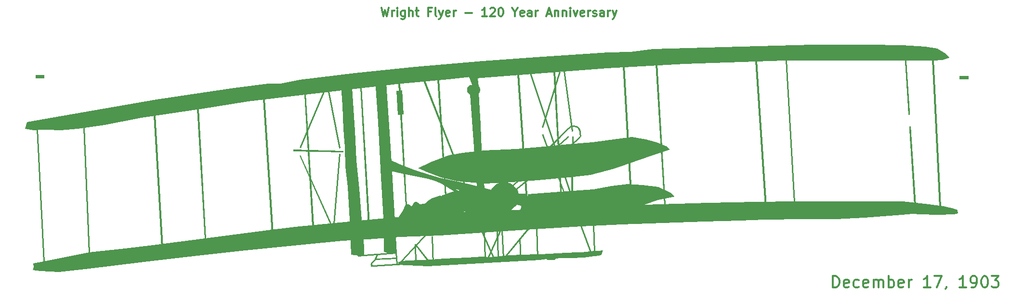
<source format=gto>
%TF.GenerationSoftware,KiCad,Pcbnew,7.0.1-0*%
%TF.CreationDate,2023-04-13T09:07:15-04:00*%
%TF.ProjectId,WrightFlyer,57726967-6874-4466-9c79-65722e6b6963,v03*%
%TF.SameCoordinates,Original*%
%TF.FileFunction,Legend,Top*%
%TF.FilePolarity,Positive*%
%FSLAX46Y46*%
G04 Gerber Fmt 4.6, Leading zero omitted, Abs format (unit mm)*
G04 Created by KiCad (PCBNEW 7.0.1-0) date 2023-04-13 09:07:15*
%MOMM*%
%LPD*%
G01*
G04 APERTURE LIST*
%ADD10C,0.300000*%
%ADD11C,0.100000*%
%ADD12R,1.524000X1.524000*%
%ADD13C,1.524000*%
%ADD14R,2.000000X2.000000*%
%ADD15C,2.000000*%
G04 APERTURE END LIST*
D10*
X131721430Y-65233928D02*
X132078573Y-66733928D01*
X132078573Y-66733928D02*
X132364287Y-65662500D01*
X132364287Y-65662500D02*
X132650002Y-66733928D01*
X132650002Y-66733928D02*
X133007145Y-65233928D01*
X133578573Y-66733928D02*
X133578573Y-65733928D01*
X133578573Y-66019642D02*
X133650002Y-65876785D01*
X133650002Y-65876785D02*
X133721431Y-65805357D01*
X133721431Y-65805357D02*
X133864288Y-65733928D01*
X133864288Y-65733928D02*
X134007145Y-65733928D01*
X134507144Y-66733928D02*
X134507144Y-65733928D01*
X134507144Y-65233928D02*
X134435716Y-65305357D01*
X134435716Y-65305357D02*
X134507144Y-65376785D01*
X134507144Y-65376785D02*
X134578573Y-65305357D01*
X134578573Y-65305357D02*
X134507144Y-65233928D01*
X134507144Y-65233928D02*
X134507144Y-65376785D01*
X135864288Y-65733928D02*
X135864288Y-66948214D01*
X135864288Y-66948214D02*
X135792859Y-67091071D01*
X135792859Y-67091071D02*
X135721430Y-67162500D01*
X135721430Y-67162500D02*
X135578573Y-67233928D01*
X135578573Y-67233928D02*
X135364288Y-67233928D01*
X135364288Y-67233928D02*
X135221430Y-67162500D01*
X135864288Y-66662500D02*
X135721430Y-66733928D01*
X135721430Y-66733928D02*
X135435716Y-66733928D01*
X135435716Y-66733928D02*
X135292859Y-66662500D01*
X135292859Y-66662500D02*
X135221430Y-66591071D01*
X135221430Y-66591071D02*
X135150002Y-66448214D01*
X135150002Y-66448214D02*
X135150002Y-66019642D01*
X135150002Y-66019642D02*
X135221430Y-65876785D01*
X135221430Y-65876785D02*
X135292859Y-65805357D01*
X135292859Y-65805357D02*
X135435716Y-65733928D01*
X135435716Y-65733928D02*
X135721430Y-65733928D01*
X135721430Y-65733928D02*
X135864288Y-65805357D01*
X136578573Y-66733928D02*
X136578573Y-65233928D01*
X137221431Y-66733928D02*
X137221431Y-65948214D01*
X137221431Y-65948214D02*
X137150002Y-65805357D01*
X137150002Y-65805357D02*
X137007145Y-65733928D01*
X137007145Y-65733928D02*
X136792859Y-65733928D01*
X136792859Y-65733928D02*
X136650002Y-65805357D01*
X136650002Y-65805357D02*
X136578573Y-65876785D01*
X137721431Y-65733928D02*
X138292859Y-65733928D01*
X137935716Y-65233928D02*
X137935716Y-66519642D01*
X137935716Y-66519642D02*
X138007145Y-66662500D01*
X138007145Y-66662500D02*
X138150002Y-66733928D01*
X138150002Y-66733928D02*
X138292859Y-66733928D01*
X140435716Y-65948214D02*
X139935716Y-65948214D01*
X139935716Y-66733928D02*
X139935716Y-65233928D01*
X139935716Y-65233928D02*
X140650002Y-65233928D01*
X141435716Y-66733928D02*
X141292859Y-66662500D01*
X141292859Y-66662500D02*
X141221430Y-66519642D01*
X141221430Y-66519642D02*
X141221430Y-65233928D01*
X141864287Y-65733928D02*
X142221430Y-66733928D01*
X142578573Y-65733928D02*
X142221430Y-66733928D01*
X142221430Y-66733928D02*
X142078573Y-67091071D01*
X142078573Y-67091071D02*
X142007144Y-67162500D01*
X142007144Y-67162500D02*
X141864287Y-67233928D01*
X143721430Y-66662500D02*
X143578573Y-66733928D01*
X143578573Y-66733928D02*
X143292859Y-66733928D01*
X143292859Y-66733928D02*
X143150001Y-66662500D01*
X143150001Y-66662500D02*
X143078573Y-66519642D01*
X143078573Y-66519642D02*
X143078573Y-65948214D01*
X143078573Y-65948214D02*
X143150001Y-65805357D01*
X143150001Y-65805357D02*
X143292859Y-65733928D01*
X143292859Y-65733928D02*
X143578573Y-65733928D01*
X143578573Y-65733928D02*
X143721430Y-65805357D01*
X143721430Y-65805357D02*
X143792859Y-65948214D01*
X143792859Y-65948214D02*
X143792859Y-66091071D01*
X143792859Y-66091071D02*
X143078573Y-66233928D01*
X144435715Y-66733928D02*
X144435715Y-65733928D01*
X144435715Y-66019642D02*
X144507144Y-65876785D01*
X144507144Y-65876785D02*
X144578573Y-65805357D01*
X144578573Y-65805357D02*
X144721430Y-65733928D01*
X144721430Y-65733928D02*
X144864287Y-65733928D01*
X146507143Y-66162500D02*
X147650001Y-66162500D01*
X150292858Y-66733928D02*
X149435715Y-66733928D01*
X149864286Y-66733928D02*
X149864286Y-65233928D01*
X149864286Y-65233928D02*
X149721429Y-65448214D01*
X149721429Y-65448214D02*
X149578572Y-65591071D01*
X149578572Y-65591071D02*
X149435715Y-65662500D01*
X150864286Y-65376785D02*
X150935714Y-65305357D01*
X150935714Y-65305357D02*
X151078572Y-65233928D01*
X151078572Y-65233928D02*
X151435714Y-65233928D01*
X151435714Y-65233928D02*
X151578572Y-65305357D01*
X151578572Y-65305357D02*
X151650000Y-65376785D01*
X151650000Y-65376785D02*
X151721429Y-65519642D01*
X151721429Y-65519642D02*
X151721429Y-65662500D01*
X151721429Y-65662500D02*
X151650000Y-65876785D01*
X151650000Y-65876785D02*
X150792857Y-66733928D01*
X150792857Y-66733928D02*
X151721429Y-66733928D01*
X152650000Y-65233928D02*
X152792857Y-65233928D01*
X152792857Y-65233928D02*
X152935714Y-65305357D01*
X152935714Y-65305357D02*
X153007143Y-65376785D01*
X153007143Y-65376785D02*
X153078571Y-65519642D01*
X153078571Y-65519642D02*
X153150000Y-65805357D01*
X153150000Y-65805357D02*
X153150000Y-66162500D01*
X153150000Y-66162500D02*
X153078571Y-66448214D01*
X153078571Y-66448214D02*
X153007143Y-66591071D01*
X153007143Y-66591071D02*
X152935714Y-66662500D01*
X152935714Y-66662500D02*
X152792857Y-66733928D01*
X152792857Y-66733928D02*
X152650000Y-66733928D01*
X152650000Y-66733928D02*
X152507143Y-66662500D01*
X152507143Y-66662500D02*
X152435714Y-66591071D01*
X152435714Y-66591071D02*
X152364285Y-66448214D01*
X152364285Y-66448214D02*
X152292857Y-66162500D01*
X152292857Y-66162500D02*
X152292857Y-65805357D01*
X152292857Y-65805357D02*
X152364285Y-65519642D01*
X152364285Y-65519642D02*
X152435714Y-65376785D01*
X152435714Y-65376785D02*
X152507143Y-65305357D01*
X152507143Y-65305357D02*
X152650000Y-65233928D01*
X155221428Y-66019642D02*
X155221428Y-66733928D01*
X154721428Y-65233928D02*
X155221428Y-66019642D01*
X155221428Y-66019642D02*
X155721428Y-65233928D01*
X156792856Y-66662500D02*
X156649999Y-66733928D01*
X156649999Y-66733928D02*
X156364285Y-66733928D01*
X156364285Y-66733928D02*
X156221427Y-66662500D01*
X156221427Y-66662500D02*
X156149999Y-66519642D01*
X156149999Y-66519642D02*
X156149999Y-65948214D01*
X156149999Y-65948214D02*
X156221427Y-65805357D01*
X156221427Y-65805357D02*
X156364285Y-65733928D01*
X156364285Y-65733928D02*
X156649999Y-65733928D01*
X156649999Y-65733928D02*
X156792856Y-65805357D01*
X156792856Y-65805357D02*
X156864285Y-65948214D01*
X156864285Y-65948214D02*
X156864285Y-66091071D01*
X156864285Y-66091071D02*
X156149999Y-66233928D01*
X158149999Y-66733928D02*
X158149999Y-65948214D01*
X158149999Y-65948214D02*
X158078570Y-65805357D01*
X158078570Y-65805357D02*
X157935713Y-65733928D01*
X157935713Y-65733928D02*
X157649999Y-65733928D01*
X157649999Y-65733928D02*
X157507141Y-65805357D01*
X158149999Y-66662500D02*
X158007141Y-66733928D01*
X158007141Y-66733928D02*
X157649999Y-66733928D01*
X157649999Y-66733928D02*
X157507141Y-66662500D01*
X157507141Y-66662500D02*
X157435713Y-66519642D01*
X157435713Y-66519642D02*
X157435713Y-66376785D01*
X157435713Y-66376785D02*
X157507141Y-66233928D01*
X157507141Y-66233928D02*
X157649999Y-66162500D01*
X157649999Y-66162500D02*
X158007141Y-66162500D01*
X158007141Y-66162500D02*
X158149999Y-66091071D01*
X158864284Y-66733928D02*
X158864284Y-65733928D01*
X158864284Y-66019642D02*
X158935713Y-65876785D01*
X158935713Y-65876785D02*
X159007142Y-65805357D01*
X159007142Y-65805357D02*
X159149999Y-65733928D01*
X159149999Y-65733928D02*
X159292856Y-65733928D01*
X160864284Y-66305357D02*
X161578570Y-66305357D01*
X160721427Y-66733928D02*
X161221427Y-65233928D01*
X161221427Y-65233928D02*
X161721427Y-66733928D01*
X162221426Y-65733928D02*
X162221426Y-66733928D01*
X162221426Y-65876785D02*
X162292855Y-65805357D01*
X162292855Y-65805357D02*
X162435712Y-65733928D01*
X162435712Y-65733928D02*
X162649998Y-65733928D01*
X162649998Y-65733928D02*
X162792855Y-65805357D01*
X162792855Y-65805357D02*
X162864284Y-65948214D01*
X162864284Y-65948214D02*
X162864284Y-66733928D01*
X163578569Y-65733928D02*
X163578569Y-66733928D01*
X163578569Y-65876785D02*
X163649998Y-65805357D01*
X163649998Y-65805357D02*
X163792855Y-65733928D01*
X163792855Y-65733928D02*
X164007141Y-65733928D01*
X164007141Y-65733928D02*
X164149998Y-65805357D01*
X164149998Y-65805357D02*
X164221427Y-65948214D01*
X164221427Y-65948214D02*
X164221427Y-66733928D01*
X164935712Y-66733928D02*
X164935712Y-65733928D01*
X164935712Y-65233928D02*
X164864284Y-65305357D01*
X164864284Y-65305357D02*
X164935712Y-65376785D01*
X164935712Y-65376785D02*
X165007141Y-65305357D01*
X165007141Y-65305357D02*
X164935712Y-65233928D01*
X164935712Y-65233928D02*
X164935712Y-65376785D01*
X165507141Y-65733928D02*
X165864284Y-66733928D01*
X165864284Y-66733928D02*
X166221427Y-65733928D01*
X167364284Y-66662500D02*
X167221427Y-66733928D01*
X167221427Y-66733928D02*
X166935713Y-66733928D01*
X166935713Y-66733928D02*
X166792855Y-66662500D01*
X166792855Y-66662500D02*
X166721427Y-66519642D01*
X166721427Y-66519642D02*
X166721427Y-65948214D01*
X166721427Y-65948214D02*
X166792855Y-65805357D01*
X166792855Y-65805357D02*
X166935713Y-65733928D01*
X166935713Y-65733928D02*
X167221427Y-65733928D01*
X167221427Y-65733928D02*
X167364284Y-65805357D01*
X167364284Y-65805357D02*
X167435713Y-65948214D01*
X167435713Y-65948214D02*
X167435713Y-66091071D01*
X167435713Y-66091071D02*
X166721427Y-66233928D01*
X168078569Y-66733928D02*
X168078569Y-65733928D01*
X168078569Y-66019642D02*
X168149998Y-65876785D01*
X168149998Y-65876785D02*
X168221427Y-65805357D01*
X168221427Y-65805357D02*
X168364284Y-65733928D01*
X168364284Y-65733928D02*
X168507141Y-65733928D01*
X168935712Y-66662500D02*
X169078569Y-66733928D01*
X169078569Y-66733928D02*
X169364283Y-66733928D01*
X169364283Y-66733928D02*
X169507140Y-66662500D01*
X169507140Y-66662500D02*
X169578569Y-66519642D01*
X169578569Y-66519642D02*
X169578569Y-66448214D01*
X169578569Y-66448214D02*
X169507140Y-66305357D01*
X169507140Y-66305357D02*
X169364283Y-66233928D01*
X169364283Y-66233928D02*
X169149998Y-66233928D01*
X169149998Y-66233928D02*
X169007140Y-66162500D01*
X169007140Y-66162500D02*
X168935712Y-66019642D01*
X168935712Y-66019642D02*
X168935712Y-65948214D01*
X168935712Y-65948214D02*
X169007140Y-65805357D01*
X169007140Y-65805357D02*
X169149998Y-65733928D01*
X169149998Y-65733928D02*
X169364283Y-65733928D01*
X169364283Y-65733928D02*
X169507140Y-65805357D01*
X170864284Y-66733928D02*
X170864284Y-65948214D01*
X170864284Y-65948214D02*
X170792855Y-65805357D01*
X170792855Y-65805357D02*
X170649998Y-65733928D01*
X170649998Y-65733928D02*
X170364284Y-65733928D01*
X170364284Y-65733928D02*
X170221426Y-65805357D01*
X170864284Y-66662500D02*
X170721426Y-66733928D01*
X170721426Y-66733928D02*
X170364284Y-66733928D01*
X170364284Y-66733928D02*
X170221426Y-66662500D01*
X170221426Y-66662500D02*
X170149998Y-66519642D01*
X170149998Y-66519642D02*
X170149998Y-66376785D01*
X170149998Y-66376785D02*
X170221426Y-66233928D01*
X170221426Y-66233928D02*
X170364284Y-66162500D01*
X170364284Y-66162500D02*
X170721426Y-66162500D01*
X170721426Y-66162500D02*
X170864284Y-66091071D01*
X171578569Y-66733928D02*
X171578569Y-65733928D01*
X171578569Y-66019642D02*
X171649998Y-65876785D01*
X171649998Y-65876785D02*
X171721427Y-65805357D01*
X171721427Y-65805357D02*
X171864284Y-65733928D01*
X171864284Y-65733928D02*
X172007141Y-65733928D01*
X172364283Y-65733928D02*
X172721426Y-66733928D01*
X173078569Y-65733928D02*
X172721426Y-66733928D01*
X172721426Y-66733928D02*
X172578569Y-67091071D01*
X172578569Y-67091071D02*
X172507140Y-67162500D01*
X172507140Y-67162500D02*
X172364283Y-67233928D01*
X211100526Y-114521741D02*
X211100526Y-112521741D01*
X211100526Y-112521741D02*
X211576716Y-112521741D01*
X211576716Y-112521741D02*
X211862431Y-112616979D01*
X211862431Y-112616979D02*
X212052907Y-112807455D01*
X212052907Y-112807455D02*
X212148145Y-112997931D01*
X212148145Y-112997931D02*
X212243383Y-113378883D01*
X212243383Y-113378883D02*
X212243383Y-113664598D01*
X212243383Y-113664598D02*
X212148145Y-114045550D01*
X212148145Y-114045550D02*
X212052907Y-114236026D01*
X212052907Y-114236026D02*
X211862431Y-114426503D01*
X211862431Y-114426503D02*
X211576716Y-114521741D01*
X211576716Y-114521741D02*
X211100526Y-114521741D01*
X213862431Y-114426503D02*
X213671955Y-114521741D01*
X213671955Y-114521741D02*
X213291002Y-114521741D01*
X213291002Y-114521741D02*
X213100526Y-114426503D01*
X213100526Y-114426503D02*
X213005288Y-114236026D01*
X213005288Y-114236026D02*
X213005288Y-113474122D01*
X213005288Y-113474122D02*
X213100526Y-113283645D01*
X213100526Y-113283645D02*
X213291002Y-113188407D01*
X213291002Y-113188407D02*
X213671955Y-113188407D01*
X213671955Y-113188407D02*
X213862431Y-113283645D01*
X213862431Y-113283645D02*
X213957669Y-113474122D01*
X213957669Y-113474122D02*
X213957669Y-113664598D01*
X213957669Y-113664598D02*
X213005288Y-113855074D01*
X215671955Y-114426503D02*
X215481479Y-114521741D01*
X215481479Y-114521741D02*
X215100526Y-114521741D01*
X215100526Y-114521741D02*
X214910050Y-114426503D01*
X214910050Y-114426503D02*
X214814812Y-114331264D01*
X214814812Y-114331264D02*
X214719574Y-114140788D01*
X214719574Y-114140788D02*
X214719574Y-113569360D01*
X214719574Y-113569360D02*
X214814812Y-113378883D01*
X214814812Y-113378883D02*
X214910050Y-113283645D01*
X214910050Y-113283645D02*
X215100526Y-113188407D01*
X215100526Y-113188407D02*
X215481479Y-113188407D01*
X215481479Y-113188407D02*
X215671955Y-113283645D01*
X217291003Y-114426503D02*
X217100527Y-114521741D01*
X217100527Y-114521741D02*
X216719574Y-114521741D01*
X216719574Y-114521741D02*
X216529098Y-114426503D01*
X216529098Y-114426503D02*
X216433860Y-114236026D01*
X216433860Y-114236026D02*
X216433860Y-113474122D01*
X216433860Y-113474122D02*
X216529098Y-113283645D01*
X216529098Y-113283645D02*
X216719574Y-113188407D01*
X216719574Y-113188407D02*
X217100527Y-113188407D01*
X217100527Y-113188407D02*
X217291003Y-113283645D01*
X217291003Y-113283645D02*
X217386241Y-113474122D01*
X217386241Y-113474122D02*
X217386241Y-113664598D01*
X217386241Y-113664598D02*
X216433860Y-113855074D01*
X218243384Y-114521741D02*
X218243384Y-113188407D01*
X218243384Y-113378883D02*
X218338622Y-113283645D01*
X218338622Y-113283645D02*
X218529098Y-113188407D01*
X218529098Y-113188407D02*
X218814813Y-113188407D01*
X218814813Y-113188407D02*
X219005289Y-113283645D01*
X219005289Y-113283645D02*
X219100527Y-113474122D01*
X219100527Y-113474122D02*
X219100527Y-114521741D01*
X219100527Y-113474122D02*
X219195765Y-113283645D01*
X219195765Y-113283645D02*
X219386241Y-113188407D01*
X219386241Y-113188407D02*
X219671955Y-113188407D01*
X219671955Y-113188407D02*
X219862432Y-113283645D01*
X219862432Y-113283645D02*
X219957670Y-113474122D01*
X219957670Y-113474122D02*
X219957670Y-114521741D01*
X220910051Y-114521741D02*
X220910051Y-112521741D01*
X220910051Y-113283645D02*
X221100527Y-113188407D01*
X221100527Y-113188407D02*
X221481480Y-113188407D01*
X221481480Y-113188407D02*
X221671956Y-113283645D01*
X221671956Y-113283645D02*
X221767194Y-113378883D01*
X221767194Y-113378883D02*
X221862432Y-113569360D01*
X221862432Y-113569360D02*
X221862432Y-114140788D01*
X221862432Y-114140788D02*
X221767194Y-114331264D01*
X221767194Y-114331264D02*
X221671956Y-114426503D01*
X221671956Y-114426503D02*
X221481480Y-114521741D01*
X221481480Y-114521741D02*
X221100527Y-114521741D01*
X221100527Y-114521741D02*
X220910051Y-114426503D01*
X223481480Y-114426503D02*
X223291004Y-114521741D01*
X223291004Y-114521741D02*
X222910051Y-114521741D01*
X222910051Y-114521741D02*
X222719575Y-114426503D01*
X222719575Y-114426503D02*
X222624337Y-114236026D01*
X222624337Y-114236026D02*
X222624337Y-113474122D01*
X222624337Y-113474122D02*
X222719575Y-113283645D01*
X222719575Y-113283645D02*
X222910051Y-113188407D01*
X222910051Y-113188407D02*
X223291004Y-113188407D01*
X223291004Y-113188407D02*
X223481480Y-113283645D01*
X223481480Y-113283645D02*
X223576718Y-113474122D01*
X223576718Y-113474122D02*
X223576718Y-113664598D01*
X223576718Y-113664598D02*
X222624337Y-113855074D01*
X224433861Y-114521741D02*
X224433861Y-113188407D01*
X224433861Y-113569360D02*
X224529099Y-113378883D01*
X224529099Y-113378883D02*
X224624337Y-113283645D01*
X224624337Y-113283645D02*
X224814813Y-113188407D01*
X224814813Y-113188407D02*
X225005290Y-113188407D01*
X228243385Y-114521741D02*
X227100528Y-114521741D01*
X227671956Y-114521741D02*
X227671956Y-112521741D01*
X227671956Y-112521741D02*
X227481480Y-112807455D01*
X227481480Y-112807455D02*
X227291004Y-112997931D01*
X227291004Y-112997931D02*
X227100528Y-113093169D01*
X228910052Y-112521741D02*
X230243385Y-112521741D01*
X230243385Y-112521741D02*
X229386242Y-114521741D01*
X231100528Y-114426503D02*
X231100528Y-114521741D01*
X231100528Y-114521741D02*
X231005290Y-114712217D01*
X231005290Y-114712217D02*
X230910052Y-114807455D01*
X234529100Y-114521741D02*
X233386243Y-114521741D01*
X233957671Y-114521741D02*
X233957671Y-112521741D01*
X233957671Y-112521741D02*
X233767195Y-112807455D01*
X233767195Y-112807455D02*
X233576719Y-112997931D01*
X233576719Y-112997931D02*
X233386243Y-113093169D01*
X235481481Y-114521741D02*
X235862433Y-114521741D01*
X235862433Y-114521741D02*
X236052910Y-114426503D01*
X236052910Y-114426503D02*
X236148148Y-114331264D01*
X236148148Y-114331264D02*
X236338624Y-114045550D01*
X236338624Y-114045550D02*
X236433862Y-113664598D01*
X236433862Y-113664598D02*
X236433862Y-112902693D01*
X236433862Y-112902693D02*
X236338624Y-112712217D01*
X236338624Y-112712217D02*
X236243386Y-112616979D01*
X236243386Y-112616979D02*
X236052910Y-112521741D01*
X236052910Y-112521741D02*
X235671957Y-112521741D01*
X235671957Y-112521741D02*
X235481481Y-112616979D01*
X235481481Y-112616979D02*
X235386243Y-112712217D01*
X235386243Y-112712217D02*
X235291005Y-112902693D01*
X235291005Y-112902693D02*
X235291005Y-113378883D01*
X235291005Y-113378883D02*
X235386243Y-113569360D01*
X235386243Y-113569360D02*
X235481481Y-113664598D01*
X235481481Y-113664598D02*
X235671957Y-113759836D01*
X235671957Y-113759836D02*
X236052910Y-113759836D01*
X236052910Y-113759836D02*
X236243386Y-113664598D01*
X236243386Y-113664598D02*
X236338624Y-113569360D01*
X236338624Y-113569360D02*
X236433862Y-113378883D01*
X237671957Y-112521741D02*
X237862434Y-112521741D01*
X237862434Y-112521741D02*
X238052910Y-112616979D01*
X238052910Y-112616979D02*
X238148148Y-112712217D01*
X238148148Y-112712217D02*
X238243386Y-112902693D01*
X238243386Y-112902693D02*
X238338624Y-113283645D01*
X238338624Y-113283645D02*
X238338624Y-113759836D01*
X238338624Y-113759836D02*
X238243386Y-114140788D01*
X238243386Y-114140788D02*
X238148148Y-114331264D01*
X238148148Y-114331264D02*
X238052910Y-114426503D01*
X238052910Y-114426503D02*
X237862434Y-114521741D01*
X237862434Y-114521741D02*
X237671957Y-114521741D01*
X237671957Y-114521741D02*
X237481481Y-114426503D01*
X237481481Y-114426503D02*
X237386243Y-114331264D01*
X237386243Y-114331264D02*
X237291005Y-114140788D01*
X237291005Y-114140788D02*
X237195767Y-113759836D01*
X237195767Y-113759836D02*
X237195767Y-113283645D01*
X237195767Y-113283645D02*
X237291005Y-112902693D01*
X237291005Y-112902693D02*
X237386243Y-112712217D01*
X237386243Y-112712217D02*
X237481481Y-112616979D01*
X237481481Y-112616979D02*
X237671957Y-112521741D01*
X239005291Y-112521741D02*
X240243386Y-112521741D01*
X240243386Y-112521741D02*
X239576719Y-113283645D01*
X239576719Y-113283645D02*
X239862434Y-113283645D01*
X239862434Y-113283645D02*
X240052910Y-113378883D01*
X240052910Y-113378883D02*
X240148148Y-113474122D01*
X240148148Y-113474122D02*
X240243386Y-113664598D01*
X240243386Y-113664598D02*
X240243386Y-114140788D01*
X240243386Y-114140788D02*
X240148148Y-114331264D01*
X240148148Y-114331264D02*
X240052910Y-114426503D01*
X240052910Y-114426503D02*
X239862434Y-114521741D01*
X239862434Y-114521741D02*
X239291005Y-114521741D01*
X239291005Y-114521741D02*
X239100529Y-114426503D01*
X239100529Y-114426503D02*
X239005291Y-114331264D01*
%TO.C,svg2mod*%
G36*
X72605104Y-110027318D02*
G01*
X72302797Y-110042822D01*
X71097186Y-86692826D01*
X71399493Y-86677324D01*
X72605104Y-110027318D01*
G37*
G36*
X80533302Y-108457381D02*
G01*
X80233579Y-108469790D01*
X79319940Y-86362613D01*
X79619663Y-86350212D01*
X80533302Y-108457381D01*
G37*
G36*
X93358875Y-107468305D02*
G01*
X93059669Y-107485873D01*
X91707299Y-84245949D01*
X92007021Y-84228378D01*
X93358875Y-107468305D01*
G37*
G36*
X100959444Y-105970191D02*
G01*
X100659722Y-105987257D01*
X99344557Y-83076511D01*
X99643764Y-83058940D01*
X100959444Y-105970191D01*
G37*
G36*
X112761827Y-104982658D02*
G01*
X112462620Y-105001787D01*
X110927831Y-81359820D01*
X111227553Y-81340699D01*
X112761827Y-104982658D01*
G37*
G36*
X125101629Y-90442468D02*
G01*
X125095437Y-90742193D01*
X116273237Y-90549439D01*
X116279957Y-90249200D01*
X125101629Y-90442468D01*
G37*
G36*
X123439728Y-104317075D02*
G01*
X123197883Y-104425078D01*
X117315036Y-91307015D01*
X117556365Y-91198496D01*
X123439728Y-104317075D01*
G37*
G36*
X119887490Y-103631317D02*
G01*
X119588283Y-103649415D01*
X118199737Y-80519044D01*
X118498944Y-80500957D01*
X119887490Y-103631317D01*
G37*
G36*
X121759727Y-80122685D02*
G01*
X117594090Y-89988750D01*
X117350176Y-89885914D01*
X121515813Y-80019850D01*
X121759727Y-80122685D01*
G37*
G36*
X124544570Y-89985133D02*
G01*
X124285154Y-90036293D01*
X122312148Y-80023984D01*
X122571564Y-79972824D01*
X124544570Y-89985133D01*
G37*
G36*
X124546636Y-90971124D02*
G01*
X123450578Y-104381676D01*
X123187030Y-104360482D01*
X124283087Y-90949931D01*
X124546636Y-90971124D01*
G37*
G36*
X129716864Y-103338828D02*
G01*
X129417658Y-103356926D01*
X127992421Y-79312917D01*
X128292144Y-79295346D01*
X129716864Y-103338828D01*
G37*
G36*
X130251714Y-110658807D02*
G01*
X130025890Y-110796265D01*
X129809365Y-110439697D01*
X130035708Y-110302238D01*
X130251714Y-110658807D01*
G37*
G36*
X130358688Y-110877397D02*
G01*
X129919956Y-110889277D01*
X129913235Y-110624694D01*
X130351451Y-110612814D01*
X130358688Y-110877397D01*
G37*
G36*
X130762278Y-109653699D02*
G01*
X130019688Y-110460369D01*
X129824867Y-110281569D01*
X130567457Y-109474381D01*
X130762278Y-109653699D01*
G37*
G36*
X134364120Y-108561777D02*
G01*
X127605360Y-109076474D01*
X127585727Y-108812406D01*
X134343972Y-108298226D01*
X134364120Y-108561777D01*
G37*
G36*
X134618890Y-110419028D02*
G01*
X134355341Y-110436596D01*
X134222015Y-108438786D01*
X134486082Y-108421217D01*
X134618890Y-110419028D01*
G37*
G36*
X136258065Y-100086842D02*
G01*
X135958343Y-100104411D01*
X134716042Y-78581694D01*
X135015249Y-78564641D01*
X136258065Y-100086842D01*
G37*
G36*
X135625031Y-84064047D02*
G01*
X134626126Y-84117274D01*
X134398748Y-79842083D01*
X135397138Y-79788856D01*
X135625031Y-84064047D01*
G37*
G36*
X140351357Y-110078996D02*
G01*
X140143101Y-110242294D01*
X137594420Y-106991330D01*
X137802674Y-106828031D01*
X140351357Y-110078996D01*
G37*
G36*
X137924115Y-110320841D02*
G01*
X137659532Y-110328091D01*
X137565996Y-106913312D01*
X137830579Y-106906062D01*
X137924115Y-110320841D01*
G37*
G36*
X139573109Y-105456021D02*
G01*
X134895877Y-110531164D01*
X134701056Y-110351332D01*
X139378289Y-105276705D01*
X139573109Y-105456021D01*
G37*
G36*
X146479147Y-96204392D02*
G01*
X146199578Y-96313429D01*
X139147297Y-78188954D01*
X139426866Y-78080433D01*
X146479147Y-96204392D01*
G37*
G36*
X140595780Y-110527031D02*
G01*
X137326728Y-110596793D01*
X137321569Y-110332210D01*
X140590618Y-110262447D01*
X140595780Y-110527031D01*
G37*
G36*
X140987493Y-110553902D02*
G01*
X140723428Y-110562157D01*
X140559614Y-105510788D01*
X140824197Y-105502533D01*
X140987493Y-110553902D01*
G37*
G36*
X140887242Y-110222657D02*
G01*
X130363337Y-110877397D01*
X130346800Y-110613330D01*
X140870705Y-109958073D01*
X140887242Y-110222657D01*
G37*
G36*
X143456076Y-102424674D02*
G01*
X143156869Y-102443804D01*
X141585390Y-77924888D01*
X141885113Y-77905767D01*
X143456076Y-102424674D01*
G37*
G36*
X151661260Y-109332270D02*
G01*
X151419415Y-109439757D01*
X149385431Y-104859158D01*
X149627276Y-104751671D01*
X151661260Y-109332270D01*
G37*
G36*
X150118203Y-109448544D02*
G01*
X149853619Y-109455767D01*
X149721328Y-104643658D01*
X149985911Y-104636435D01*
X150118203Y-109448544D01*
G37*
G36*
X152449843Y-109164839D02*
G01*
X152185260Y-109177248D01*
X151970286Y-104513967D01*
X152234869Y-104501558D01*
X152449843Y-109164839D01*
G37*
G36*
X152719594Y-104677257D02*
G01*
X150437563Y-109803559D01*
X150195718Y-109696072D01*
X152477749Y-104569770D01*
X152719594Y-104677257D01*
G37*
G36*
X153359348Y-109378263D02*
G01*
X153094765Y-109393767D01*
X152813645Y-104532049D01*
X153078229Y-104516544D01*
X153359348Y-109378263D01*
G37*
G36*
X157634023Y-101803009D02*
G01*
X157334816Y-101823171D01*
X155653781Y-77048454D01*
X155952987Y-77028301D01*
X157634023Y-101803009D01*
G37*
G36*
X156402057Y-109660417D02*
G01*
X156137473Y-109673858D01*
X155955572Y-105986228D01*
X156220156Y-105972787D01*
X156402057Y-109660417D01*
G37*
G36*
X157645392Y-104310357D02*
G01*
X153081330Y-109866607D01*
X152876690Y-109699173D01*
X157440753Y-104142923D01*
X157645392Y-104310357D01*
G37*
G36*
X165977701Y-100492502D02*
G01*
X165726553Y-100576216D01*
X157797321Y-76824696D01*
X158048469Y-76740980D01*
X165977701Y-100492502D01*
G37*
G36*
X159345546Y-109464046D02*
G01*
X159080963Y-109473359D01*
X158899062Y-104148620D01*
X159163645Y-104139307D01*
X159345546Y-109464046D01*
G37*
G36*
X165318309Y-101365317D02*
G01*
X165070262Y-101457299D01*
X159918121Y-87571843D01*
X160166167Y-87479859D01*
X165318309Y-101365317D01*
G37*
G36*
X163590249Y-100599483D02*
G01*
X163290526Y-100615491D01*
X162012049Y-76498100D01*
X162311256Y-76482598D01*
X163590249Y-100599483D01*
G37*
G36*
X163274506Y-76566313D02*
G01*
X160204926Y-86395688D01*
X159952744Y-86317139D01*
X163021807Y-76487765D01*
X163274506Y-76566313D01*
G37*
G36*
X165471788Y-87032858D02*
G01*
X165209787Y-87068515D01*
X163747861Y-76435572D01*
X164009862Y-76399399D01*
X165471788Y-87032858D01*
G37*
G36*
X164770539Y-88026596D02*
G01*
X153443065Y-98038904D01*
X153267882Y-97840467D01*
X164595356Y-87828675D01*
X164770539Y-88026596D01*
G37*
G36*
X165546202Y-87893263D02*
G01*
X165326577Y-101413368D01*
X165061994Y-101409241D01*
X165281619Y-87889136D01*
X165546202Y-87893263D01*
G37*
G36*
X168796132Y-108695617D02*
G01*
X168548085Y-108787086D01*
X166696002Y-103760003D01*
X166944049Y-103668533D01*
X168796132Y-108695617D01*
G37*
G36*
X169350104Y-108322515D02*
G01*
X169085520Y-108332860D01*
X168903619Y-103619969D01*
X169168203Y-103609624D01*
X169350104Y-108322515D01*
G37*
G36*
X175940917Y-100744684D02*
G01*
X175641710Y-100762252D01*
X174179784Y-75548804D01*
X174479507Y-75531751D01*
X175940917Y-100744684D01*
G37*
G36*
X181714723Y-99940599D02*
G01*
X181415001Y-99958168D01*
X179953590Y-75183969D01*
X180252797Y-75165882D01*
X181714723Y-99940599D01*
G37*
G36*
X199473329Y-100232056D02*
G01*
X199174122Y-100251688D01*
X197493090Y-74600026D01*
X197792296Y-74580388D01*
X199473329Y-100232056D01*
G37*
G36*
X204515917Y-99502383D02*
G01*
X204216710Y-99519952D01*
X202754784Y-74452749D01*
X203054507Y-74435178D01*
X204515917Y-99502383D01*
G37*
G36*
X225709455Y-100012950D02*
G01*
X225410248Y-100032582D01*
X223656349Y-73431104D01*
X223955556Y-73410951D01*
X225709455Y-100012950D01*
G37*
G36*
X230094717Y-100307510D02*
G01*
X229794992Y-100322486D01*
X228535123Y-74447580D01*
X228834846Y-74433110D01*
X230094717Y-100307510D01*
G37*
G36*
X131155531Y-108812922D02*
G01*
X130876477Y-109420123D01*
X134484010Y-109220651D01*
X134498483Y-109485234D01*
X130453253Y-109708476D01*
X130914723Y-108702337D01*
X131155531Y-108812922D01*
G37*
G36*
X159651471Y-109534843D02*
G01*
X153301471Y-109931718D01*
X139865598Y-110766809D01*
X139849062Y-110502226D01*
X153284934Y-109667651D01*
X159634934Y-109270776D01*
X159651471Y-109534843D01*
G37*
G36*
X133348509Y-91100862D02*
G01*
X134354111Y-108429954D01*
X133102189Y-108360757D01*
X132341512Y-108129247D01*
X132258830Y-102424169D01*
X131713127Y-93692916D01*
X131283179Y-85408152D01*
X130836695Y-79289662D01*
X130820158Y-77983282D01*
X131812346Y-77636016D01*
X132366293Y-77443392D01*
X133348509Y-91100862D01*
G37*
G36*
X126487606Y-79322735D02*
G01*
X126934090Y-86929506D01*
X127215210Y-92188099D01*
X127744377Y-97198648D01*
X128124715Y-102622606D01*
X128538127Y-107368570D01*
X128571200Y-108856851D01*
X126553752Y-108658414D01*
X126256096Y-102606070D01*
X125941903Y-96834846D01*
X125560943Y-93240691D01*
X125432318Y-89779549D01*
X125233537Y-86610737D01*
X124999677Y-82471400D01*
X124777509Y-78928408D01*
X124635523Y-78380157D01*
X125627710Y-78214792D01*
X126421460Y-78198256D01*
X126487606Y-79322735D01*
G37*
G36*
X178197114Y-88583151D02*
G01*
X180049198Y-89046172D01*
X181901281Y-89839922D01*
X182232010Y-90170651D01*
X179916906Y-90898255D01*
X172640864Y-93477943D01*
X168473677Y-94536278D01*
X164637218Y-94999299D01*
X159279403Y-95528466D01*
X153392424Y-95925341D01*
X149886695Y-96057633D01*
X145058049Y-95660758D01*
X142213778Y-94966226D01*
X139567945Y-94007109D01*
X138509611Y-93477943D01*
X140493986Y-92551901D01*
X143668986Y-91361276D01*
X146116382Y-90898255D01*
X149820549Y-90501380D01*
X155442945Y-90236797D01*
X159411695Y-89906068D01*
X164571072Y-89443047D01*
X168870552Y-89112318D01*
X173236177Y-88517005D01*
X175815864Y-88120131D01*
X178197114Y-88583151D01*
G37*
G36*
X133078930Y-108492012D02*
G01*
X132210766Y-108227947D01*
X132126533Y-102429334D01*
X131580830Y-93700669D01*
X131150882Y-85416419D01*
X130704398Y-79295346D01*
X130689167Y-78076816D01*
X130953479Y-78076816D01*
X130968984Y-79283977D01*
X131415468Y-85399883D01*
X131845416Y-93685164D01*
X132391119Y-102418999D01*
X132472251Y-108030542D01*
X133125441Y-108229498D01*
X134213230Y-108289442D01*
X133216392Y-91109612D01*
X132246942Y-77625164D01*
X131855748Y-77761073D01*
X130953479Y-78076816D01*
X130689167Y-78076816D01*
X130686829Y-77889747D01*
X131768936Y-77510959D01*
X132322907Y-77318206D01*
X132485686Y-77261878D01*
X133480456Y-91092041D01*
X134494864Y-108570045D01*
X134213230Y-108554524D01*
X133078930Y-108492012D01*
G37*
G36*
X148515447Y-77611986D02*
G01*
X148573581Y-77741177D01*
X148644637Y-78509865D01*
X148689855Y-79026629D01*
X148735069Y-79123522D01*
X148896560Y-79330228D01*
X148974073Y-79607989D01*
X148974073Y-79866371D01*
X148877180Y-80053698D01*
X148754450Y-80286242D01*
X148793206Y-81623370D01*
X148890099Y-83199501D01*
X149045129Y-85828539D01*
X149161400Y-88270249D01*
X149355187Y-91596919D01*
X149542514Y-95001106D01*
X149737766Y-97062856D01*
X148605003Y-96660906D01*
X148458839Y-94541544D01*
X147472240Y-80473351D01*
X147313982Y-80331459D01*
X147113734Y-80202268D01*
X146958707Y-79982643D01*
X146913490Y-79640287D01*
X146965166Y-79343147D01*
X147146035Y-79123522D01*
X147359199Y-78994331D01*
X147565905Y-78962033D01*
X147779069Y-78962033D01*
X147798436Y-78774706D01*
X147636945Y-78290240D01*
X147391483Y-77631365D01*
X147236453Y-77437578D01*
X148515447Y-77611986D01*
G37*
G36*
X170368683Y-108657969D02*
G01*
X169988657Y-108798286D01*
X169146758Y-108874290D01*
X168491949Y-109002914D01*
X167299257Y-109154923D01*
X165100967Y-109207540D01*
X163218388Y-109225082D01*
X162376489Y-109324476D01*
X162125087Y-109581722D01*
X161025942Y-109587569D01*
X160774542Y-109406327D01*
X159616927Y-109529104D01*
X139857333Y-110634526D01*
X134798446Y-110441163D01*
X134815988Y-110154683D01*
X136154841Y-109914975D01*
X138744850Y-109815585D01*
X140633276Y-109698655D01*
X142796488Y-109599264D01*
X146818896Y-109435561D01*
X149367979Y-109225085D01*
X151028390Y-109318631D01*
X151780122Y-109195854D01*
X154177908Y-108997416D01*
X156741059Y-108898198D01*
X158923872Y-108798979D01*
X159816841Y-108807234D01*
X161189369Y-108757624D01*
X164256882Y-108567455D01*
X166092429Y-108459968D01*
X166853104Y-108443440D01*
X168523286Y-108278075D01*
X169059062Y-108196094D01*
X169754797Y-108196094D01*
X170497305Y-108166860D01*
X170368683Y-108657969D01*
G37*
G36*
X126427141Y-108778818D02*
G01*
X126123801Y-102612785D01*
X125810125Y-96845178D01*
X125428754Y-93250049D01*
X125300079Y-89786180D01*
X125101642Y-86618414D01*
X124867546Y-82479132D01*
X124646373Y-78949115D01*
X124526530Y-78487127D01*
X124799850Y-78487127D01*
X124908888Y-78907256D01*
X125131614Y-82463628D01*
X125365709Y-86602910D01*
X125564663Y-89772741D01*
X125692819Y-93231446D01*
X126073676Y-96824509D01*
X126388385Y-102599350D01*
X126680358Y-108538004D01*
X128435805Y-108710605D01*
X128405833Y-107375801D01*
X127992937Y-102632938D01*
X127612599Y-97210015D01*
X127083432Y-92198433D01*
X126801796Y-86936740D01*
X126355312Y-79330486D01*
X126296918Y-78333131D01*
X125640109Y-78347083D01*
X124799850Y-78487127D01*
X124526530Y-78487127D01*
X124507361Y-78413230D01*
X124471190Y-78273187D01*
X125615304Y-78082501D01*
X126545997Y-78063380D01*
X126619895Y-79314983D01*
X127066380Y-86922270D01*
X127346983Y-92177764D01*
X127876150Y-97187276D01*
X128256489Y-102612269D01*
X128670416Y-107361334D01*
X128706590Y-109003092D01*
X128435805Y-108976449D01*
X126427141Y-108778818D01*
G37*
G36*
X166080018Y-86046872D02*
G01*
X166383360Y-86220504D01*
X166626239Y-86584306D01*
X166825193Y-87022006D01*
X166825193Y-87518616D01*
X166865499Y-87883452D01*
X166575080Y-88381613D01*
X165862977Y-88943852D01*
X164438776Y-90148947D01*
X162682810Y-91575215D01*
X159394121Y-94169373D01*
X155961774Y-96981087D01*
X153770693Y-98880197D01*
X153597577Y-98680209D01*
X155791242Y-96779032D01*
X159228757Y-93963183D01*
X162517445Y-91369028D01*
X164269794Y-89945342D01*
X165695546Y-88738697D01*
X166371991Y-88204879D01*
X166592648Y-87825574D01*
X166560610Y-87533086D01*
X166560610Y-87079367D01*
X166394210Y-86712981D01*
X166197842Y-86419459D01*
X165990102Y-86300086D01*
X165591160Y-86233940D01*
X165206686Y-86265980D01*
X164799477Y-86571387D01*
X164333355Y-86930022D01*
X163206809Y-88129432D01*
X161014178Y-90322064D01*
X159880915Y-91528191D01*
X157063515Y-94272208D01*
X155746800Y-95479370D01*
X155568000Y-95284552D01*
X156882130Y-94079973D01*
X159692296Y-91342673D01*
X160824009Y-90137578D01*
X163016640Y-87944947D01*
X164155589Y-86733135D01*
X164639279Y-86360547D01*
X165109018Y-86008631D01*
X165602011Y-85967290D01*
X166080018Y-86046872D01*
G37*
G36*
X134731031Y-92866094D02*
G01*
X137567033Y-93974036D01*
X140262476Y-94842203D01*
X141973999Y-95321760D01*
X145595484Y-96123778D01*
X149192582Y-96982462D01*
X150350192Y-97286482D01*
X151063466Y-97473571D01*
X151180399Y-97333255D01*
X151577962Y-96842146D01*
X152092455Y-96397813D01*
X152829115Y-96128872D01*
X153472233Y-96070407D01*
X154302440Y-96280880D01*
X154781854Y-96596594D01*
X155214498Y-96994157D01*
X155576983Y-97508650D01*
X155670526Y-97812669D01*
X155728991Y-98163462D01*
X157050304Y-98151767D01*
X157085383Y-99379537D01*
X157129664Y-100952422D01*
X156383800Y-100852861D01*
X156418882Y-100046041D01*
X155881000Y-99870646D01*
X155506823Y-99812179D01*
X155109260Y-100233128D01*
X154302440Y-100911326D01*
X153179908Y-100923021D01*
X148175285Y-101145202D01*
X145669898Y-97306135D01*
X143420940Y-96561995D01*
X145372242Y-97727828D01*
X145190341Y-97942789D01*
X144487541Y-97463232D01*
X143048869Y-96520653D01*
X142155900Y-96041096D01*
X141081031Y-95569807D01*
X139890406Y-95222541D01*
X138294637Y-94924885D01*
X136078752Y-94478401D01*
X133606551Y-93924427D01*
X133565210Y-93502747D01*
X136781551Y-94230351D01*
X135127906Y-93701185D01*
X133556942Y-93246432D01*
X133474260Y-92254245D01*
X134731031Y-92866094D01*
G37*
G36*
X223258958Y-72011553D02*
G01*
X227289721Y-72218259D01*
X229408454Y-72579994D01*
X230855394Y-73458493D01*
X231320482Y-73975257D01*
X230390305Y-74285316D01*
X228684983Y-74440345D01*
X225997808Y-74388669D01*
X221191901Y-74388669D01*
X214422288Y-74440345D01*
X206980881Y-74388669D01*
X202536709Y-74388669D01*
X184966722Y-75008786D01*
X171324144Y-75732256D01*
X148379808Y-77489254D01*
X147294601Y-77282549D01*
X143522222Y-77695960D01*
X134323818Y-78574460D01*
X132360113Y-78781165D01*
X129982998Y-79039548D01*
X124091883Y-79711341D01*
X117632330Y-80486488D01*
X108278896Y-81623369D01*
X100372403Y-82863603D01*
X89572026Y-84465573D01*
X83060797Y-85757484D01*
X78306565Y-86429277D01*
X75361008Y-86687660D01*
X73035569Y-86584306D01*
X71847011Y-86584306D01*
X70606776Y-86687660D01*
X69311765Y-86429277D01*
X69521571Y-85550778D01*
X73759039Y-84775631D01*
X92207525Y-81520016D01*
X105901779Y-79556312D01*
X111896245Y-78781165D01*
X114066657Y-78781165D01*
X117373948Y-78057695D01*
X127089118Y-76920814D01*
X137786137Y-75783932D01*
X149568367Y-74802080D01*
X160110356Y-74026934D01*
X171530850Y-73251787D01*
X175561610Y-73200111D01*
X179489019Y-72683346D01*
X194940273Y-72218259D01*
X207549323Y-71908200D01*
X217316168Y-71908200D01*
X223258958Y-72011553D01*
G37*
G36*
X149883591Y-96189922D02*
G01*
X145036858Y-95791496D01*
X142175535Y-95092832D01*
X139515748Y-94129066D01*
X138450697Y-93596283D01*
X138222287Y-93482078D01*
X138813477Y-93482078D01*
X139620147Y-93885152D01*
X142252026Y-94839615D01*
X145079245Y-95530014D01*
X149889804Y-95925338D01*
X153385714Y-95793047D01*
X159268558Y-95396688D01*
X164622754Y-94868040D01*
X168449393Y-94406051D01*
X172602629Y-93351334D01*
X179875054Y-90772681D01*
X181983969Y-90109672D01*
X181825838Y-89951544D01*
X180006827Y-89171746D01*
X178168179Y-88712342D01*
X175813285Y-88254488D01*
X173255303Y-88647746D01*
X168884508Y-89244093D01*
X164581931Y-89574822D01*
X159423072Y-90037843D01*
X155451737Y-90368572D01*
X149830892Y-90633156D01*
X146135512Y-91028996D01*
X143704652Y-91488916D01*
X140545154Y-92673858D01*
X138813477Y-93482078D01*
X138222287Y-93482078D01*
X138205751Y-93473810D01*
X140442824Y-92429944D01*
X143633326Y-91233636D01*
X146097258Y-90767514D01*
X149810212Y-90369604D01*
X155434158Y-90105021D01*
X159400323Y-89774292D01*
X164560214Y-89311271D01*
X168856595Y-88980542D01*
X173217050Y-88386264D01*
X175818444Y-87985771D01*
X178226046Y-88453960D01*
X180091568Y-88920598D01*
X181976724Y-89728302D01*
X182480052Y-90231629D01*
X179958758Y-91023829D01*
X172679099Y-93604551D01*
X168497960Y-94666501D01*
X164651683Y-95130554D01*
X159290254Y-95660239D01*
X153399139Y-96057630D01*
X149889804Y-96189688D01*
X149883591Y-96189922D01*
G37*
G36*
X177594981Y-96573210D02*
G01*
X180354540Y-96947387D01*
X182459287Y-97929602D01*
X183020553Y-98397324D01*
X180307767Y-99005363D01*
X177033715Y-100081122D01*
X189334795Y-99706946D01*
X197519926Y-99566629D01*
X204366197Y-99511085D01*
X216602970Y-99473083D01*
X223478478Y-99519856D01*
X224951802Y-99625094D01*
X227255333Y-99917419D01*
X230505999Y-100373447D01*
X232330113Y-100771013D01*
X232914766Y-100958100D01*
X232949844Y-101390744D01*
X232400273Y-101484287D01*
X229535478Y-101577830D01*
X226612216Y-101519365D01*
X225138894Y-101449209D01*
X222168859Y-101718147D01*
X216544505Y-102068939D01*
X211645120Y-102326186D01*
X206032461Y-102396345D01*
X199063407Y-102478197D01*
X194701902Y-102618513D01*
X188469512Y-102758830D01*
X173930708Y-103300601D01*
X166886177Y-103664403D01*
X157162736Y-104226643D01*
X142081486Y-105218830D01*
X135070028Y-105516487D01*
X129348413Y-105913362D01*
X124883570Y-106177945D01*
X118897372Y-106740185D01*
X107817945Y-107864664D01*
X100145028Y-108691487D01*
X89958567Y-109915184D01*
X80367422Y-111039664D01*
X75141901Y-111668049D01*
X71801536Y-111502684D01*
X70610911Y-111370393D01*
X70776275Y-110874299D01*
X70710129Y-110378205D01*
X72453799Y-110035012D01*
X80383412Y-108463569D01*
X86717422Y-107798518D01*
X91645286Y-107203205D01*
X100809696Y-105978798D01*
X111786695Y-104557372D01*
X116615340Y-103995132D01*
X123560653Y-103300601D01*
X130539038Y-102606070D01*
X134507788Y-102275341D01*
X138641903Y-101812320D01*
X142875236Y-101481591D01*
X145884872Y-101382372D01*
X151441122Y-101117789D01*
X155012997Y-101051643D01*
X157129664Y-100952424D01*
X157623265Y-98210235D01*
X164264915Y-97695742D01*
X169035676Y-97368336D01*
X172216181Y-96807070D01*
X175022514Y-96479664D01*
X177594981Y-96573210D01*
G37*
G36*
X148479035Y-96756813D02*
G01*
X148327106Y-94550746D01*
X147344218Y-80536097D01*
X147233633Y-80436878D01*
X147020210Y-80299419D01*
X146831588Y-80032252D01*
X146780656Y-79643128D01*
X147047083Y-79643128D01*
X147085839Y-79933033D01*
X147207281Y-80105116D01*
X147394349Y-80226038D01*
X147600536Y-80410523D01*
X148590657Y-94532143D01*
X148731217Y-96565093D01*
X149586461Y-96868951D01*
X149410762Y-95011182D01*
X149223178Y-91604155D01*
X149029392Y-88277226D01*
X148913118Y-85835515D01*
X148758088Y-83207252D01*
X148660938Y-81629570D01*
X148621148Y-80255494D01*
X148760157Y-79992461D01*
X148841805Y-79834331D01*
X148841805Y-79626075D01*
X148776175Y-79390947D01*
X148621664Y-79193027D01*
X148560169Y-79061252D01*
X148513142Y-78521750D01*
X148443895Y-77775542D01*
X148424766Y-77733167D01*
X147525079Y-77610694D01*
X147761768Y-78246314D01*
X147932816Y-78759978D01*
X147898192Y-79094325D01*
X147576250Y-79094325D01*
X147405199Y-79121196D01*
X147233636Y-79225066D01*
X147089456Y-79400249D01*
X147047083Y-79643128D01*
X146780656Y-79643128D01*
X146779912Y-79637444D01*
X146840891Y-79286044D01*
X147058450Y-79021977D01*
X147313214Y-78867465D01*
X147555575Y-78829741D01*
X147659961Y-78829741D01*
X147664089Y-78789434D01*
X147512160Y-78334164D01*
X147274966Y-77697511D01*
X146926150Y-77261878D01*
X148606164Y-77490805D01*
X148703314Y-77706812D01*
X148776178Y-78497978D01*
X148819588Y-78992005D01*
X148848525Y-79054017D01*
X149016991Y-79269508D01*
X149106391Y-79589902D01*
X149106391Y-79898410D01*
X148994253Y-80114934D01*
X148887800Y-80316989D01*
X148925524Y-81617168D01*
X149022158Y-83191749D01*
X149177188Y-85821562D01*
X149293459Y-88263275D01*
X149487245Y-91589685D01*
X149674316Y-94991028D01*
X149869653Y-97050333D01*
X149889285Y-97257039D01*
X149586461Y-97149625D01*
X148479035Y-96756813D01*
G37*
G36*
X147720419Y-96595081D02*
G01*
X148117294Y-96843128D01*
X148274390Y-97281344D01*
X148307463Y-97736096D01*
X148257137Y-98069932D01*
X147964812Y-98584427D01*
X147649100Y-98911831D01*
X147836187Y-99250929D01*
X148081742Y-100151295D01*
X148175285Y-101145202D01*
X146631804Y-101238746D01*
X146538260Y-100934729D01*
X146374557Y-100782718D01*
X146105616Y-101075045D01*
X145918529Y-101238746D01*
X144620600Y-101367370D01*
X142726329Y-101531073D01*
X140457879Y-101998793D01*
X139054714Y-102092339D01*
X138698077Y-101846785D01*
X138370671Y-101683082D01*
X138095885Y-102045566D01*
X137961413Y-102583445D01*
X137867870Y-103097941D01*
X137733401Y-103384419D01*
X137370916Y-103384419D01*
X137172135Y-103302570D01*
X137043510Y-102752996D01*
X136973351Y-102285273D01*
X136973351Y-101992948D01*
X136412085Y-102063105D01*
X136166533Y-102209269D01*
X135985291Y-102372972D01*
X136002832Y-102811461D01*
X135874205Y-103121314D01*
X135406485Y-103635807D01*
X134751673Y-103682580D01*
X134611357Y-103261631D01*
X134891990Y-102092326D01*
X135546802Y-101156881D01*
X136108065Y-100095738D01*
X136459091Y-100034651D01*
X136731942Y-100183479D01*
X136897307Y-100315771D01*
X137261109Y-100257893D01*
X137418205Y-99836213D01*
X137624911Y-99596435D01*
X137872958Y-99596435D01*
X138112736Y-99703922D01*
X138344247Y-99902359D01*
X138460002Y-99976773D01*
X139137997Y-99894091D01*
X139625822Y-99811409D01*
X139857333Y-99480679D01*
X140088843Y-99265705D01*
X140576669Y-98951513D01*
X141031421Y-98777880D01*
X141610197Y-98620784D01*
X141990536Y-98505028D01*
X142370874Y-98587711D01*
X142478361Y-98381005D01*
X142842163Y-98281786D01*
X143462281Y-98033739D01*
X144322177Y-97810497D01*
X144826538Y-97752620D01*
X145372242Y-97727828D01*
X145578947Y-97388831D01*
X145926213Y-96884469D01*
X146653817Y-96570276D01*
X146951473Y-96462789D01*
X147720419Y-96595081D01*
G37*
G36*
X134658164Y-110568385D02*
G01*
X134673665Y-110314123D01*
X134938768Y-110314123D01*
X139856296Y-110502226D01*
X159605994Y-109397384D01*
X160811089Y-109269225D01*
X161068439Y-109455262D01*
X162068895Y-109449573D01*
X162314357Y-109198428D01*
X163209910Y-109093008D01*
X165098683Y-109075439D01*
X167289248Y-109022729D01*
X168470570Y-108872350D01*
X169127896Y-108743160D01*
X169959368Y-108668230D01*
X170258058Y-108557642D01*
X170323688Y-108305978D01*
X169757303Y-108328171D01*
X169068973Y-108328171D01*
X168539807Y-108409303D01*
X166866007Y-108575186D01*
X166860848Y-108575716D01*
X166097586Y-108592252D01*
X164264624Y-108699739D01*
X161196077Y-108889908D01*
X159818383Y-108939518D01*
X158926449Y-108931263D01*
X156746735Y-109030481D01*
X154186169Y-109129700D01*
X151796134Y-109327103D01*
X151035457Y-109451645D01*
X149369924Y-109357594D01*
X146826929Y-109567400D01*
X142802368Y-109731214D01*
X140640224Y-109830949D01*
X138751451Y-109947739D01*
X136169181Y-110046958D01*
X134941864Y-110266580D01*
X134938768Y-110314123D01*
X134673665Y-110314123D01*
X134690203Y-110042835D01*
X136140760Y-109782903D01*
X138738018Y-109683685D01*
X140626275Y-109566379D01*
X142791001Y-109467160D01*
X146810911Y-109303346D01*
X149366310Y-109092505D01*
X151021506Y-109185525D01*
X151764096Y-109064602D01*
X154169635Y-108865130D01*
X156735371Y-108765911D01*
X158921282Y-108666692D01*
X159815285Y-108674947D01*
X161182644Y-108625338D01*
X164249122Y-108435169D01*
X166087254Y-108327682D01*
X166844314Y-108311145D01*
X168506744Y-108146815D01*
X169048831Y-108063614D01*
X169752146Y-108063614D01*
X170670435Y-108027441D01*
X170479234Y-108758156D01*
X170018280Y-108928688D01*
X169165618Y-109005687D01*
X168512946Y-109133843D01*
X167309402Y-109286807D01*
X165103335Y-109340033D01*
X163226963Y-109357099D01*
X162438380Y-109450634D01*
X162181033Y-109713667D01*
X160983690Y-109719858D01*
X160738226Y-109543125D01*
X159627701Y-109660946D01*
X139858365Y-110766823D01*
X139856296Y-110766744D01*
X134658164Y-110568385D01*
G37*
G36*
X144414169Y-97573293D02*
G01*
X142981181Y-96634332D01*
X142098031Y-96159942D01*
X141035562Y-95694336D01*
X139859926Y-95351206D01*
X138269325Y-95054581D01*
X136051370Y-94607581D01*
X133484086Y-94032422D01*
X133415874Y-93333242D01*
X133431881Y-93336867D01*
X133360109Y-92474902D01*
X133625152Y-92474902D01*
X133680907Y-93144628D01*
X135166604Y-93574576D01*
X136821800Y-94104262D01*
X136752553Y-94359542D01*
X133715015Y-93672247D01*
X133728958Y-93816424D01*
X136106076Y-94349207D01*
X138319892Y-94795176D01*
X139920827Y-95093864D01*
X141126438Y-95445265D01*
X142213712Y-95922237D01*
X143116499Y-96406962D01*
X143392968Y-96588347D01*
X143462215Y-96436418D01*
X145755099Y-97195029D01*
X148244868Y-101009783D01*
X153173767Y-100790674D01*
X153176413Y-100790674D01*
X154253868Y-100779297D01*
X155018162Y-100136960D01*
X155458444Y-99670838D01*
X155912165Y-99741635D01*
X156555536Y-99951442D01*
X156521429Y-100737956D01*
X156993234Y-100800485D01*
X156952927Y-99383516D01*
X156921921Y-98285392D01*
X155617091Y-98296770D01*
X155541645Y-97843052D01*
X155456894Y-97567615D01*
X155114279Y-97081856D01*
X154700352Y-96701001D01*
X154248182Y-96403861D01*
X153461668Y-96204392D01*
X152858087Y-96259168D01*
X152160455Y-96513933D01*
X151673146Y-96934578D01*
X151282472Y-97417236D01*
X151111425Y-97622910D01*
X150316640Y-97414654D01*
X149160638Y-97110796D01*
X145566025Y-96252451D01*
X141941958Y-95449916D01*
X140224233Y-94968809D01*
X137522589Y-94098576D01*
X134677802Y-92987532D01*
X133625152Y-92474902D01*
X133360109Y-92474902D01*
X133323363Y-92033587D01*
X134784265Y-92744647D01*
X137611483Y-93849489D01*
X140300724Y-94715584D01*
X142006046Y-95193593D01*
X145624948Y-95995093D01*
X149224728Y-96853957D01*
X150383831Y-97158331D01*
X151015833Y-97324212D01*
X151078362Y-97249282D01*
X151482471Y-96749568D01*
X152024557Y-96281899D01*
X152800220Y-95998710D01*
X153482866Y-95936700D01*
X154356714Y-96157875D01*
X154863661Y-96492221D01*
X155314278Y-96906149D01*
X155697201Y-97449785D01*
X155799521Y-97782065D01*
X155840862Y-98030112D01*
X157178765Y-98018232D01*
X157217521Y-99375772D01*
X157266096Y-101104348D01*
X156246521Y-100967921D01*
X156282177Y-100140582D01*
X155850162Y-99999506D01*
X155555091Y-99953514D01*
X155200073Y-100329717D01*
X154351031Y-101043369D01*
X153181075Y-101055249D01*
X148244868Y-101274390D01*
X148105933Y-101280558D01*
X145584639Y-97417228D01*
X144521656Y-97065311D01*
X145573788Y-97694215D01*
X145214119Y-98119512D01*
X145166573Y-98087047D01*
X144613977Y-97709725D01*
X145083885Y-97709725D01*
X145166573Y-97766058D01*
X145170701Y-97761401D01*
X145083885Y-97709725D01*
X144613977Y-97709725D01*
X144414169Y-97573293D01*
G37*
G36*
X73032468Y-86734168D02*
G01*
X71853212Y-86734168D01*
X70597991Y-86839071D01*
X69129864Y-86546066D01*
X69185656Y-86312489D01*
X69493666Y-86312489D01*
X70615561Y-86536247D01*
X71840809Y-86434445D01*
X73038669Y-86434445D01*
X75357907Y-86537281D01*
X78289511Y-86280449D01*
X83035475Y-85609689D01*
X89546190Y-84317778D01*
X100349665Y-82715292D01*
X108258224Y-81474541D01*
X117614243Y-80337659D01*
X124074315Y-79562513D01*
X129966462Y-78890719D01*
X132344095Y-78631821D01*
X134308832Y-78425115D01*
X143506720Y-77546615D01*
X147300803Y-77131137D01*
X148388076Y-77338359D01*
X171314341Y-75582394D01*
X184960020Y-74858924D01*
X202534140Y-74238807D01*
X206981416Y-74238807D01*
X214422303Y-74290484D01*
X221191401Y-74238807D01*
X225999375Y-74238807D01*
X228679831Y-74289967D01*
X230359317Y-74137521D01*
X231055914Y-73905494D01*
X230758774Y-73575282D01*
X229355244Y-72723137D01*
X227273198Y-72367604D01*
X223253807Y-72161415D01*
X217314633Y-72058062D01*
X207552955Y-72058062D01*
X207549331Y-72058062D01*
X194944406Y-72368120D01*
X179500904Y-72833208D01*
X175572463Y-73349972D01*
X171537049Y-73401649D01*
X160120693Y-74176795D01*
X149580252Y-74951425D01*
X137800091Y-75933277D01*
X127105654Y-77069642D01*
X117398753Y-78206007D01*
X114082675Y-78931027D01*
X111906064Y-78931027D01*
X105921932Y-79705140D01*
X92231295Y-81668328D01*
X73785394Y-84923426D01*
X69644561Y-85680486D01*
X69493666Y-86312489D01*
X69185656Y-86312489D01*
X69398581Y-85421070D01*
X73732684Y-84627837D01*
X92183755Y-81371705D01*
X105881626Y-79407484D01*
X111886427Y-78631304D01*
X114050636Y-78631304D01*
X117349144Y-77909384D01*
X127072581Y-76771986D01*
X137772186Y-75634588D01*
X149556479Y-74652735D01*
X160100022Y-73877072D01*
X171524648Y-73101926D01*
X175550760Y-73050249D01*
X179477134Y-72533485D01*
X194936138Y-72068397D01*
X207545706Y-71758338D01*
X207547256Y-71758338D01*
X217317718Y-71758338D01*
X223264125Y-71861691D01*
X227306255Y-72068914D01*
X229461681Y-72436850D01*
X230952028Y-73341704D01*
X231585065Y-74045020D01*
X230421311Y-74433110D01*
X228690150Y-74590723D01*
X225996258Y-74538530D01*
X221192417Y-74538530D01*
X214422288Y-74590207D01*
X206980365Y-74538530D01*
X202539292Y-74538530D01*
X184973440Y-75158648D01*
X171333963Y-75882118D01*
X148371540Y-77640150D01*
X147288402Y-77433961D01*
X143537727Y-77845305D01*
X134338804Y-78723805D01*
X132376133Y-78930510D01*
X129999534Y-79188376D01*
X124109454Y-79860169D01*
X117650417Y-80635316D01*
X108299566Y-81772197D01*
X100395138Y-83011915D01*
X89597866Y-84613368D01*
X83086118Y-85905278D01*
X78323618Y-86578105D01*
X75364109Y-86838038D01*
X75357907Y-86837762D01*
X73032468Y-86734168D01*
G37*
G36*
X71791189Y-111634458D02*
G01*
X70433650Y-111483560D01*
X70509034Y-111257220D01*
X70788182Y-111257220D01*
X71811892Y-111370906D01*
X75137270Y-111535239D01*
X80351939Y-110908404D01*
X89943086Y-109783925D01*
X100130060Y-108560227D01*
X107804012Y-107732885D01*
X118884471Y-106608406D01*
X124873254Y-106046167D01*
X129340164Y-105781583D01*
X135062813Y-105384192D01*
X142074271Y-105086536D01*
X157154487Y-104094349D01*
X166878959Y-103532109D01*
X173925041Y-103168307D01*
X188465755Y-102626737D01*
X194698449Y-102486177D01*
X199060457Y-102346135D01*
X206031091Y-102263969D01*
X211641083Y-102193690D01*
X216536909Y-101936857D01*
X222158789Y-101585974D01*
X225135867Y-101316740D01*
X226616915Y-101387021D01*
X229534565Y-101445414D01*
X232387104Y-101352397D01*
X232808268Y-101280566D01*
X232790171Y-101057324D01*
X232295627Y-100898677D01*
X230482816Y-100503871D01*
X227238053Y-100048600D01*
X224938970Y-99756629D01*
X223473427Y-99652243D01*
X216602528Y-99605216D01*
X204367100Y-99643456D01*
X197521522Y-99698752D01*
X189338041Y-99839312D01*
X177037501Y-100213448D01*
X176992543Y-99955583D01*
X180272445Y-98877612D01*
X182729660Y-98327258D01*
X182387561Y-98042005D01*
X180316887Y-97075657D01*
X177583720Y-96705137D01*
X175027803Y-96612117D01*
X172235221Y-96938195D01*
X169051953Y-97499919D01*
X164274467Y-97827547D01*
X157735329Y-98334494D01*
X157241302Y-101079546D01*
X155017148Y-101183932D01*
X151445273Y-101250078D01*
X145890058Y-101514661D01*
X142882489Y-101613880D01*
X138654323Y-101944093D01*
X134520727Y-102407114D01*
X130550942Y-102737843D01*
X123573591Y-103432374D01*
X116629829Y-104126906D01*
X111802734Y-104688627D01*
X100827174Y-106109730D01*
X91661843Y-107334460D01*
X86732428Y-107929772D01*
X80403099Y-108594332D01*
X72479551Y-110164779D01*
X70857945Y-110484139D01*
X70911689Y-110887216D01*
X70788182Y-111257220D01*
X70509034Y-111257220D01*
X70640872Y-110861377D01*
X70562324Y-110272266D01*
X72428360Y-109905363D01*
X80363793Y-108332849D01*
X86702424Y-107667258D01*
X91628739Y-107071946D01*
X100792521Y-105847729D01*
X111770661Y-104426112D01*
X116600857Y-103863354D01*
X123547720Y-103168823D01*
X130527140Y-102474292D01*
X134494856Y-102143562D01*
X138629486Y-101680542D01*
X142867989Y-101349297D01*
X145879691Y-101250078D01*
X151436973Y-100985494D01*
X155008848Y-100919349D01*
X157018028Y-100825297D01*
X157492936Y-98186698D01*
X157511034Y-98086447D01*
X164255324Y-97563998D01*
X169019375Y-97236886D01*
X172196960Y-96676197D01*
X175017458Y-96347018D01*
X177606437Y-96441069D01*
X180392312Y-96818823D01*
X182530685Y-97817212D01*
X183311515Y-98467817D01*
X180342703Y-99132895D01*
X177944400Y-99920959D01*
X189331818Y-99574728D01*
X197518400Y-99434168D01*
X204365528Y-99378873D01*
X216603023Y-99340633D01*
X223483740Y-99387660D01*
X224964788Y-99493596D01*
X227272656Y-99786085D01*
X230529306Y-100242904D01*
X232364334Y-100642880D01*
X233039228Y-100858886D01*
X233091423Y-101500710D01*
X232413428Y-101616465D01*
X229536084Y-101709998D01*
X226607580Y-101651604D01*
X225141519Y-101581841D01*
X222178910Y-101850042D01*
X216551863Y-102200924D01*
X211649319Y-102458274D01*
X206034160Y-102528552D01*
X199066109Y-102610719D01*
X194705651Y-102750760D01*
X188473473Y-102891320D01*
X173936375Y-103432890D01*
X166893395Y-103796692D01*
X157170991Y-104358932D01*
X142088707Y-105351119D01*
X135077249Y-105648776D01*
X129356668Y-106045135D01*
X124893891Y-106309718D01*
X118910278Y-106871958D01*
X107831883Y-107996437D01*
X100160001Y-108822741D01*
X89974058Y-110046439D01*
X80382913Y-111170918D01*
X75146540Y-111800854D01*
X75137270Y-111800394D01*
X71791189Y-111634458D01*
G37*
G36*
X134658680Y-103822018D02*
G01*
X134473678Y-103267531D01*
X134476534Y-103255641D01*
X134748586Y-103255641D01*
X134844704Y-103543478D01*
X135344414Y-103507820D01*
X135760927Y-103049451D01*
X135869445Y-102789519D01*
X135850845Y-102316163D01*
X136087523Y-102102221D01*
X136368127Y-101935306D01*
X137105550Y-101843324D01*
X137105550Y-102275338D01*
X137173762Y-102728024D01*
X137285384Y-103206031D01*
X137397004Y-103252024D01*
X137649186Y-103252024D01*
X137740653Y-103057203D01*
X137832119Y-102555423D01*
X137974230Y-101986985D01*
X138331830Y-101515696D01*
X138765397Y-101732736D01*
X139091991Y-101957529D01*
X140440228Y-101867610D01*
X142707274Y-101399940D01*
X144608450Y-101235608D01*
X145863155Y-101111068D01*
X146013015Y-100980327D01*
X146367001Y-100595337D01*
X146654320Y-100861987D01*
X146727702Y-101100215D01*
X148030463Y-101021668D01*
X147950881Y-100175208D01*
X147712653Y-99300842D01*
X147486310Y-98890016D01*
X147857864Y-98504510D01*
X148130200Y-98025984D01*
X148174642Y-97730913D01*
X148143636Y-97308718D01*
X148008243Y-96930961D01*
X147672347Y-96721155D01*
X146963345Y-96599198D01*
X146702376Y-96693249D01*
X146013531Y-96990905D01*
X145690035Y-97460644D01*
X145448706Y-97857003D01*
X144836857Y-97884393D01*
X144346449Y-97940720D01*
X143503606Y-98159827D01*
X142884005Y-98407357D01*
X142568780Y-98493657D01*
X142441656Y-98738603D01*
X141996203Y-98641450D01*
X141646871Y-98747905D01*
X141072231Y-98903967D01*
X140636597Y-99070366D01*
X140170475Y-99370605D01*
X139957570Y-99568010D01*
X139702287Y-99932844D01*
X139157102Y-100024829D01*
X138428464Y-100113714D01*
X138265165Y-100008809D01*
X138041407Y-99816573D01*
X137844520Y-99728724D01*
X137685358Y-99728724D01*
X137533944Y-99904423D01*
X137358245Y-100376231D01*
X136860082Y-100455812D01*
X136658547Y-100294064D01*
X136436336Y-100173142D01*
X136194491Y-100214999D01*
X135659641Y-101225789D01*
X135014720Y-102147698D01*
X134748586Y-103255641D01*
X134476534Y-103255641D01*
X134769268Y-102037115D01*
X135433827Y-101087819D01*
X136021388Y-99976776D01*
X136481826Y-99896160D01*
X136805319Y-100072894D01*
X136934510Y-100175729D01*
X137163954Y-100139555D01*
X137302447Y-99768004D01*
X137564446Y-99464146D01*
X137901377Y-99464146D01*
X138184563Y-99591270D01*
X138423310Y-99795909D01*
X138491522Y-99839833D01*
X139118873Y-99763352D01*
X139549339Y-99689973D01*
X139757077Y-99393348D01*
X140007193Y-99160806D01*
X140516722Y-98832659D01*
X140990593Y-98651793D01*
X141573505Y-98493662D01*
X141984850Y-98368604D01*
X142300075Y-98436819D01*
X142387924Y-98268869D01*
X142800304Y-98156215D01*
X143420937Y-97907652D01*
X144297885Y-97680275D01*
X144816201Y-97620846D01*
X145295759Y-97598621D01*
X145467841Y-97316986D01*
X145838877Y-96778000D01*
X146605240Y-96447271D01*
X146939586Y-96326346D01*
X147768478Y-96468980D01*
X148226331Y-96755267D01*
X148405131Y-97253943D01*
X148440271Y-97741253D01*
X148384462Y-98113839D01*
X148071817Y-98664194D01*
X147811885Y-98933429D01*
X147959681Y-99201113D01*
X148212377Y-100127670D01*
X148319864Y-101269205D01*
X146535996Y-101377207D01*
X146422307Y-101007719D01*
X146382000Y-100969998D01*
X146198030Y-101169986D01*
X145973756Y-101366354D01*
X144632752Y-101499164D01*
X142745530Y-101662460D01*
X140475899Y-102130132D01*
X139017590Y-102227285D01*
X138630534Y-101961151D01*
X138409877Y-101850563D01*
X138217638Y-102103777D01*
X138091033Y-102611240D01*
X137994915Y-103138340D01*
X137817665Y-103516612D01*
X137344826Y-103516612D01*
X137059054Y-103398788D01*
X136913327Y-102778155D01*
X136840980Y-102294981D01*
X136840980Y-102143052D01*
X136455990Y-102191111D01*
X136245667Y-102316169D01*
X136120093Y-102429855D01*
X136136100Y-102827764D01*
X136129909Y-102848428D01*
X135995033Y-103175538D01*
X135986248Y-103194667D01*
X135468967Y-103764141D01*
X134844704Y-103808731D01*
X134658680Y-103822018D01*
G37*
D11*
%TO.C,J5*%
X70930000Y-77105500D02*
X72430000Y-77105500D01*
X72430000Y-77105500D02*
X72430000Y-77605500D01*
X72430000Y-77605500D02*
X70930000Y-77605500D01*
X70930000Y-77605500D02*
X70930000Y-77105500D01*
G36*
X70930000Y-77105500D02*
G01*
X72430000Y-77105500D01*
X72430000Y-77605500D01*
X70930000Y-77605500D01*
X70930000Y-77105500D01*
G37*
%TO.C,J6*%
X233387800Y-77252900D02*
X234887800Y-77252900D01*
X234887800Y-77252900D02*
X234887800Y-77752900D01*
X234887800Y-77752900D02*
X233387800Y-77752900D01*
X233387800Y-77752900D02*
X233387800Y-77252900D01*
G36*
X233387800Y-77252900D02*
G01*
X234887800Y-77252900D01*
X234887800Y-77752900D01*
X233387800Y-77752900D01*
X233387800Y-77252900D01*
G37*
%TD*%
%LPC*%
D12*
%TO.C,J5*%
X69140000Y-78835500D03*
D13*
X69140000Y-81375500D03*
X71680000Y-78835500D03*
X71680000Y-81375500D03*
X74220000Y-78835500D03*
X74220000Y-81375500D03*
%TD*%
D12*
%TO.C,J6*%
X231597800Y-78982900D03*
D13*
X231597800Y-81522900D03*
X234137800Y-78982900D03*
X234137800Y-81522900D03*
X236677800Y-78982900D03*
X236677800Y-81522900D03*
%TD*%
D12*
%TO.C,J4*%
X70195800Y-89836200D03*
D13*
X72735800Y-89836200D03*
X70195800Y-92376200D03*
X72735800Y-92376200D03*
X70195800Y-94916200D03*
X72735800Y-94916200D03*
%TD*%
D14*
%TO.C,BT1*%
X224247500Y-85090000D03*
D15*
X224247500Y-97790000D03*
%TD*%
M02*

</source>
